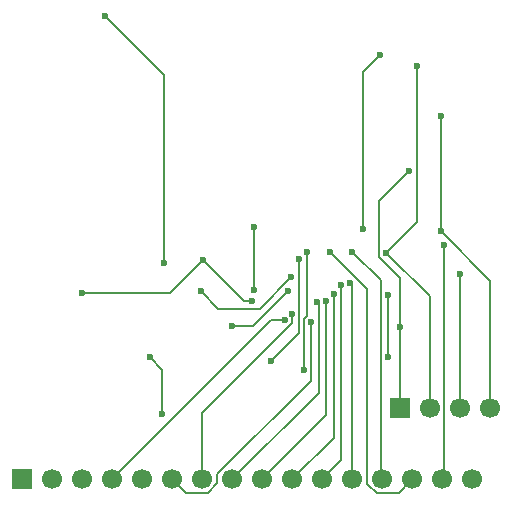
<source format=gbr>
%TF.GenerationSoftware,KiCad,Pcbnew,9.0.1*%
%TF.CreationDate,2025-05-24T12:43:53-07:00*%
%TF.ProjectId,TestWatch,54657374-5761-4746-9368-2e6b69636164,rev?*%
%TF.SameCoordinates,Original*%
%TF.FileFunction,Copper,L2,Bot*%
%TF.FilePolarity,Positive*%
%FSLAX46Y46*%
G04 Gerber Fmt 4.6, Leading zero omitted, Abs format (unit mm)*
G04 Created by KiCad (PCBNEW 9.0.1) date 2025-05-24 12:43:53*
%MOMM*%
%LPD*%
G01*
G04 APERTURE LIST*
%TA.AperFunction,ComponentPad*%
%ADD10R,1.700000X1.700000*%
%TD*%
%TA.AperFunction,ComponentPad*%
%ADD11C,1.700000*%
%TD*%
%TA.AperFunction,ViaPad*%
%ADD12C,0.600000*%
%TD*%
%TA.AperFunction,Conductor*%
%ADD13C,0.200000*%
%TD*%
G04 APERTURE END LIST*
D10*
%TO.P,J1,1,Pin_1*%
%TO.N,A*%
X180500000Y-116000000D03*
D11*
%TO.P,J1,2,Pin_2*%
%TO.N,B*%
X183040000Y-116000000D03*
%TO.P,J1,3,Pin_3*%
%TO.N,C*%
X185579999Y-116000000D03*
%TO.P,J1,4,Pin_4*%
%TO.N,D*%
X188120000Y-116000000D03*
%TO.P,J1,5,Pin_5*%
%TO.N,E*%
X190660000Y-116000000D03*
%TO.P,J1,6,Pin_6*%
%TO.N,F*%
X193200000Y-116000000D03*
%TO.P,J1,7,Pin_7*%
%TO.N,G*%
X195740000Y-116000000D03*
%TO.P,J1,8,Pin_8*%
%TO.N,H*%
X198280001Y-116000000D03*
%TO.P,J1,9,Pin_9*%
%TO.N,I*%
X200820000Y-116000000D03*
%TO.P,J1,10,Pin_10*%
%TO.N,J*%
X203360000Y-116000000D03*
%TO.P,J1,11,Pin_11*%
%TO.N,K*%
X205900000Y-116000000D03*
%TO.P,J1,12,Pin_12*%
%TO.N,L*%
X208439999Y-116000000D03*
%TO.P,J1,13,Pin_13*%
%TO.N,M*%
X210980000Y-116000000D03*
%TO.P,J1,14,Pin_14*%
%TO.N,N*%
X213520000Y-116000000D03*
%TO.P,J1,15,Pin_15*%
%TO.N,O*%
X216060000Y-116000000D03*
%TO.P,J1,16,Pin_16*%
%TO.N,P*%
X218599999Y-116000000D03*
%TD*%
D10*
%TO.P,J2,1,Pin_1*%
%TO.N,STM_POW*%
X212500000Y-110000000D03*
D11*
%TO.P,J2,2,Pin_2*%
%TO.N,Net-(J2-Pin_2)*%
X215040000Y-110000000D03*
%TO.P,J2,3,Pin_3*%
%TO.N,Net-(J2-Pin_3)*%
X217579999Y-110000000D03*
%TO.P,J2,4,Pin_4*%
%TO.N,GNDREF*%
X220120000Y-110000000D03*
%TD*%
D12*
%TO.N,Net-(STM1-PG10-NRST)*%
X203013500Y-100064200D03*
X198280600Y-103033400D03*
%TO.N,Net-(D3-A)*%
X209311300Y-94858400D03*
X210798500Y-80057000D03*
%TO.N,GNDREF*%
X215914600Y-95000000D03*
X215914600Y-85236700D03*
%TO.N,Net-(J2-Pin_3)*%
X217580000Y-98641500D03*
%TO.N,Net-(J2-Pin_2)*%
X211333100Y-96820600D03*
X213880300Y-81048200D03*
%TO.N,Net-(STM1-PA1)*%
X195765800Y-97489200D03*
X199986200Y-100962000D03*
X185551100Y-100235500D03*
%TO.N,Net-(STM1-PB3)*%
X203964800Y-97397400D03*
X201577000Y-106012600D03*
%TO.N,Net-(STM1-PF1-OSC_OUT)*%
X195622500Y-100115000D03*
X203280600Y-98925100D03*
%TO.N,Net-(CHG1-STAT)*%
X192500100Y-97727000D03*
X187493500Y-76781500D03*
%TO.N,STM_POW*%
X212500000Y-103152000D03*
X213271000Y-89896700D03*
%TO.N,Net-(STM1-PA0)*%
X200101400Y-99998700D03*
X200101400Y-94685000D03*
%TO.N,P*%
X204324200Y-106789000D03*
X204577300Y-96786300D03*
%TO.N,I*%
X206256700Y-100962000D03*
%TO.N,K*%
X207449400Y-99581800D03*
%TO.N,M*%
X208453900Y-96803700D03*
%TO.N,G*%
X203334500Y-102028500D03*
%TO.N,J*%
X206858500Y-100339500D03*
%TO.N,L*%
X208279400Y-99372600D03*
%TO.N,H*%
X205440400Y-101002200D03*
%TO.N,D*%
X202727000Y-102571100D03*
%TO.N,O*%
X216218500Y-96218700D03*
%TO.N,N*%
X206589400Y-96784400D03*
%TO.N,F*%
X204925900Y-102739800D03*
%TO.N,Net-(U1-EN)*%
X191313800Y-105687000D03*
X192351300Y-110528000D03*
X211434500Y-105665800D03*
X211434500Y-100451600D03*
%TD*%
D13*
%TO.N,Net-(STM1-PG10-NRST)*%
X200044300Y-103033400D02*
X203013500Y-100064200D01*
X198280600Y-103033400D02*
X200044300Y-103033400D01*
%TO.N,Net-(D3-A)*%
X209311400Y-94858400D02*
X209311300Y-94858400D01*
X209311400Y-81544100D02*
X209311400Y-94858400D01*
X210798500Y-80057000D02*
X209311400Y-81544100D01*
%TO.N,GNDREF*%
X220120000Y-99205400D02*
X215914600Y-95000000D01*
X220120000Y-110000000D02*
X220120000Y-99205400D01*
X215914600Y-95000000D02*
X215914600Y-85236700D01*
%TO.N,Net-(J2-Pin_3)*%
X217580000Y-110000000D02*
X217580000Y-98641500D01*
%TO.N,Net-(J2-Pin_2)*%
X215040000Y-100527500D02*
X211333100Y-96820600D01*
X215040000Y-110000000D02*
X215040000Y-100527500D01*
X213880300Y-94273400D02*
X213880300Y-81048200D01*
X211333100Y-96820600D02*
X213880300Y-94273400D01*
%TO.N,Net-(STM1-PA1)*%
X199238600Y-100962000D02*
X195765800Y-97489200D01*
X199986200Y-100962000D02*
X199238600Y-100962000D01*
X193019500Y-100235500D02*
X185551100Y-100235500D01*
X195765800Y-97489200D02*
X193019500Y-100235500D01*
%TO.N,Net-(STM1-PB3)*%
X203964800Y-102250500D02*
X203964800Y-97397400D01*
X203922500Y-102292800D02*
X203964800Y-102250500D01*
X203922500Y-103667100D02*
X203922500Y-102292800D01*
X201577000Y-106012600D02*
X203922500Y-103667100D01*
%TO.N,Net-(STM1-PF1-OSC_OUT)*%
X197086000Y-101578500D02*
X195622500Y-100115000D01*
X200627200Y-101578500D02*
X197086000Y-101578500D01*
X203280600Y-98925100D02*
X200627200Y-101578500D01*
%TO.N,Net-(CHG1-STAT)*%
X192500100Y-81788100D02*
X192500100Y-97727000D01*
X187493500Y-76781500D02*
X192500100Y-81788100D01*
%TO.N,STM_POW*%
X212500000Y-110000000D02*
X212500000Y-103152000D01*
X210689600Y-92478100D02*
X213271000Y-89896700D01*
X210689600Y-97169500D02*
X210689600Y-92478100D01*
X212500000Y-98979900D02*
X210689600Y-97169500D01*
X212500000Y-103152000D02*
X212500000Y-98979900D01*
%TO.N,Net-(STM1-PA0)*%
X200101400Y-94685000D02*
X200101400Y-99998700D01*
%TO.N,P*%
X204324200Y-102459100D02*
X204324200Y-106789000D01*
X204577300Y-102206000D02*
X204324200Y-102459100D01*
X204577300Y-96786300D02*
X204577300Y-102206000D01*
%TO.N,I*%
X206256700Y-110563300D02*
X206256700Y-100962000D01*
X200820000Y-116000000D02*
X206256700Y-110563300D01*
%TO.N,K*%
X207482500Y-99614900D02*
X207449400Y-99581800D01*
X207482500Y-114417500D02*
X207482500Y-99614900D01*
X205900000Y-116000000D02*
X207482500Y-114417500D01*
%TO.N,M*%
X210832800Y-99182600D02*
X208453900Y-96803700D01*
X210832800Y-115852800D02*
X210832800Y-99182600D01*
X210980000Y-116000000D02*
X210832800Y-115852800D01*
%TO.N,G*%
X203334500Y-102815100D02*
X203334500Y-102028500D01*
X195740000Y-110409600D02*
X203334500Y-102815100D01*
X195740000Y-116000000D02*
X195740000Y-110409600D01*
%TO.N,J*%
X206858500Y-112501500D02*
X203360000Y-116000000D01*
X206858500Y-100339500D02*
X206858500Y-112501500D01*
%TO.N,L*%
X208440000Y-99533200D02*
X208279400Y-99372600D01*
X208440000Y-116000000D02*
X208440000Y-99533200D01*
%TO.N,H*%
X205591000Y-101152800D02*
X205440400Y-101002200D01*
X205591000Y-108689000D02*
X205591000Y-101152800D01*
X198280000Y-116000000D02*
X205591000Y-108689000D01*
%TO.N,D*%
X201548900Y-102571100D02*
X202727000Y-102571100D01*
X188120000Y-116000000D02*
X201548900Y-102571100D01*
%TO.N,O*%
X216218500Y-115841500D02*
X216218500Y-96218700D01*
X216060000Y-116000000D02*
X216218500Y-115841500D01*
%TO.N,N*%
X209726700Y-99921700D02*
X206589400Y-96784400D01*
X209726700Y-116387500D02*
X209726700Y-99921700D01*
X210498100Y-117158900D02*
X209726700Y-116387500D01*
X212361100Y-117158900D02*
X210498100Y-117158900D01*
X213520000Y-116000000D02*
X212361100Y-117158900D01*
%TO.N,F*%
X204925900Y-107694400D02*
X204925900Y-102739800D01*
X197010000Y-115610300D02*
X204925900Y-107694400D01*
X197010000Y-116370800D02*
X197010000Y-115610300D01*
X196221900Y-117158900D02*
X197010000Y-116370800D01*
X194358900Y-117158900D02*
X196221900Y-117158900D01*
X193200000Y-116000000D02*
X194358900Y-117158900D01*
%TO.N,Net-(U1-EN)*%
X192351300Y-106724500D02*
X192351300Y-110528000D01*
X191313800Y-105687000D02*
X192351300Y-106724500D01*
X211434500Y-105665800D02*
X211434500Y-100451600D01*
%TD*%
M02*

</source>
